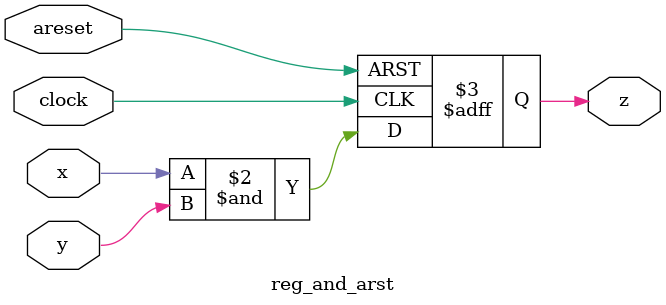
<source format=v>
/**
* Exercise 3.3 
* you can change the code below freely
  * */
module reg_and_arst(
  input  wire clock,
  input  wire areset,
  input  wire x,
  input  wire y,
  output reg  z
);

  always @(posedge clock, posedge areset) begin
    if(areset)begin
      z=0;
    end
    else
    begin
    z = x & y;
    end
  end
endmodule

</source>
